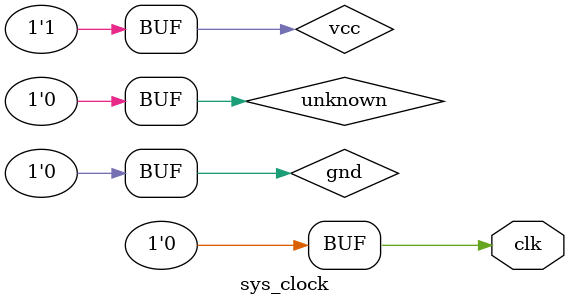
<source format=v>


// DATE "05/05/2023 14:20:07"

// 
// Device: Altera 5CSEMA5F31C6 Package FBGA896
// 

// 
// This greybox netlist file is for third party Synthesis Tools
// for timing and resource estimation only.
// 


module sys_clock (
	clk)/* synthesis synthesis_greybox=0 */;
output 	clk;

wire gnd;
wire vcc;
wire unknown;

assign gnd = 1'b0;
assign vcc = 1'b1;
// unknown value (1'bx) is not needed for this tool. Default to 1'b0
assign unknown = 1'b0;



assign clk = gnd;

endmodule

</source>
